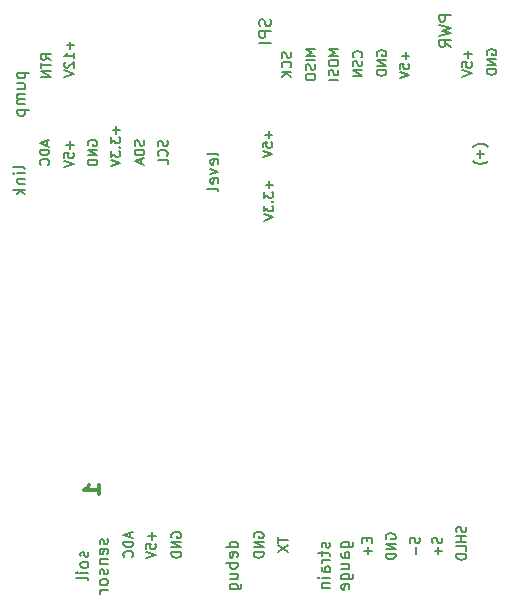
<source format=gbr>
G04 #@! TF.GenerationSoftware,KiCad,Pcbnew,(5.0.1)-rc2*
G04 #@! TF.CreationDate,2018-12-27T01:27:39+01:00*
G04 #@! TF.ProjectId,IoP_plant_base,496F505F706C616E745F626173652E6B,rev?*
G04 #@! TF.SameCoordinates,Original*
G04 #@! TF.FileFunction,Legend,Bot*
G04 #@! TF.FilePolarity,Positive*
%FSLAX46Y46*%
G04 Gerber Fmt 4.6, Leading zero omitted, Abs format (unit mm)*
G04 Created by KiCad (PCBNEW (5.0.1)-rc2) date 2018/12/27 1:27:39*
%MOMM*%
%LPD*%
G01*
G04 APERTURE LIST*
%ADD10C,0.304800*%
%ADD11C,0.203200*%
%ADD12C,0.150000*%
G04 APERTURE END LIST*
D10*
X106746523Y-115069257D02*
X106746523Y-114343542D01*
X106746523Y-114706400D02*
X105476523Y-114706400D01*
X105657952Y-114585447D01*
X105778904Y-114464495D01*
X105839380Y-114343542D01*
D11*
X139615333Y-85664523D02*
X139576628Y-85625819D01*
X139460514Y-85548409D01*
X139383104Y-85509704D01*
X139266990Y-85471000D01*
X139073466Y-85432295D01*
X138918647Y-85432295D01*
X138725123Y-85471000D01*
X138609009Y-85509704D01*
X138531600Y-85548409D01*
X138415485Y-85625819D01*
X138376780Y-85664523D01*
X138996057Y-85974161D02*
X138996057Y-86593438D01*
X139305695Y-86283800D02*
X138686419Y-86283800D01*
X139615333Y-86903076D02*
X139576628Y-86941780D01*
X139460514Y-87019190D01*
X139383104Y-87057895D01*
X139266990Y-87096600D01*
X139073466Y-87135304D01*
X138918647Y-87135304D01*
X138725123Y-87096600D01*
X138609009Y-87057895D01*
X138531600Y-87019190D01*
X138415485Y-86941780D01*
X138376780Y-86903076D01*
X139573000Y-77892123D02*
X139534295Y-77814714D01*
X139534295Y-77698600D01*
X139573000Y-77582485D01*
X139650409Y-77505076D01*
X139727819Y-77466371D01*
X139882638Y-77427666D01*
X139998752Y-77427666D01*
X140153571Y-77466371D01*
X140230980Y-77505076D01*
X140308390Y-77582485D01*
X140347095Y-77698600D01*
X140347095Y-77776009D01*
X140308390Y-77892123D01*
X140269685Y-77930828D01*
X139998752Y-77930828D01*
X139998752Y-77776009D01*
X140347095Y-78279171D02*
X139534295Y-78279171D01*
X140347095Y-78743628D01*
X139534295Y-78743628D01*
X140347095Y-79130676D02*
X139534295Y-79130676D01*
X139534295Y-79324200D01*
X139573000Y-79440314D01*
X139650409Y-79517723D01*
X139727819Y-79556428D01*
X139882638Y-79595133D01*
X139998752Y-79595133D01*
X140153571Y-79556428D01*
X140230980Y-79517723D01*
X140308390Y-79440314D01*
X140347095Y-79324200D01*
X140347095Y-79130676D01*
X137954657Y-77542571D02*
X137954657Y-78161847D01*
X138264295Y-77852209D02*
X137645019Y-77852209D01*
X137451495Y-78935942D02*
X137451495Y-78548895D01*
X137838542Y-78510190D01*
X137799838Y-78548895D01*
X137761133Y-78626304D01*
X137761133Y-78819828D01*
X137799838Y-78897238D01*
X137838542Y-78935942D01*
X137915952Y-78974647D01*
X138109476Y-78974647D01*
X138186885Y-78935942D01*
X138225590Y-78897238D01*
X138264295Y-78819828D01*
X138264295Y-78626304D01*
X138225590Y-78548895D01*
X138186885Y-78510190D01*
X137451495Y-79206876D02*
X138264295Y-79477809D01*
X137451495Y-79748742D01*
X132671457Y-77669571D02*
X132671457Y-78288847D01*
X132981095Y-77979209D02*
X132361819Y-77979209D01*
X132168295Y-79062942D02*
X132168295Y-78675895D01*
X132555342Y-78637190D01*
X132516638Y-78675895D01*
X132477933Y-78753304D01*
X132477933Y-78946828D01*
X132516638Y-79024238D01*
X132555342Y-79062942D01*
X132632752Y-79101647D01*
X132826276Y-79101647D01*
X132903685Y-79062942D01*
X132942390Y-79024238D01*
X132981095Y-78946828D01*
X132981095Y-78753304D01*
X132942390Y-78675895D01*
X132903685Y-78637190D01*
X132168295Y-79333876D02*
X132981095Y-79604809D01*
X132168295Y-79875742D01*
X130251200Y-77968323D02*
X130212495Y-77890914D01*
X130212495Y-77774800D01*
X130251200Y-77658685D01*
X130328609Y-77581276D01*
X130406019Y-77542571D01*
X130560838Y-77503866D01*
X130676952Y-77503866D01*
X130831771Y-77542571D01*
X130909180Y-77581276D01*
X130986590Y-77658685D01*
X131025295Y-77774800D01*
X131025295Y-77852209D01*
X130986590Y-77968323D01*
X130947885Y-78007028D01*
X130676952Y-78007028D01*
X130676952Y-77852209D01*
X131025295Y-78355371D02*
X130212495Y-78355371D01*
X131025295Y-78819828D01*
X130212495Y-78819828D01*
X131025295Y-79206876D02*
X130212495Y-79206876D01*
X130212495Y-79400400D01*
X130251200Y-79516514D01*
X130328609Y-79593923D01*
X130406019Y-79632628D01*
X130560838Y-79671333D01*
X130676952Y-79671333D01*
X130831771Y-79632628D01*
X130909180Y-79593923D01*
X130986590Y-79516514D01*
X131025295Y-79400400D01*
X131025295Y-79206876D01*
X128915885Y-78102580D02*
X128954590Y-78063876D01*
X128993295Y-77947761D01*
X128993295Y-77870352D01*
X128954590Y-77754238D01*
X128877180Y-77676828D01*
X128799771Y-77638123D01*
X128644952Y-77599419D01*
X128528838Y-77599419D01*
X128374019Y-77638123D01*
X128296609Y-77676828D01*
X128219200Y-77754238D01*
X128180495Y-77870352D01*
X128180495Y-77947761D01*
X128219200Y-78063876D01*
X128257904Y-78102580D01*
X128954590Y-78412219D02*
X128993295Y-78528333D01*
X128993295Y-78721857D01*
X128954590Y-78799266D01*
X128915885Y-78837971D01*
X128838476Y-78876676D01*
X128761066Y-78876676D01*
X128683657Y-78837971D01*
X128644952Y-78799266D01*
X128606247Y-78721857D01*
X128567542Y-78567038D01*
X128528838Y-78489628D01*
X128490133Y-78450923D01*
X128412723Y-78412219D01*
X128335314Y-78412219D01*
X128257904Y-78450923D01*
X128219200Y-78489628D01*
X128180495Y-78567038D01*
X128180495Y-78760561D01*
X128219200Y-78876676D01*
X128993295Y-79225019D02*
X128180495Y-79225019D01*
X128993295Y-79689476D01*
X128180495Y-79689476D01*
X126961295Y-77437342D02*
X126148495Y-77437342D01*
X126729066Y-77708276D01*
X126148495Y-77979209D01*
X126961295Y-77979209D01*
X126148495Y-78521076D02*
X126148495Y-78675895D01*
X126187200Y-78753304D01*
X126264609Y-78830714D01*
X126419428Y-78869419D01*
X126690361Y-78869419D01*
X126845180Y-78830714D01*
X126922590Y-78753304D01*
X126961295Y-78675895D01*
X126961295Y-78521076D01*
X126922590Y-78443666D01*
X126845180Y-78366257D01*
X126690361Y-78327552D01*
X126419428Y-78327552D01*
X126264609Y-78366257D01*
X126187200Y-78443666D01*
X126148495Y-78521076D01*
X126922590Y-79179057D02*
X126961295Y-79295171D01*
X126961295Y-79488695D01*
X126922590Y-79566104D01*
X126883885Y-79604809D01*
X126806476Y-79643514D01*
X126729066Y-79643514D01*
X126651657Y-79604809D01*
X126612952Y-79566104D01*
X126574247Y-79488695D01*
X126535542Y-79333876D01*
X126496838Y-79256466D01*
X126458133Y-79217761D01*
X126380723Y-79179057D01*
X126303314Y-79179057D01*
X126225904Y-79217761D01*
X126187200Y-79256466D01*
X126148495Y-79333876D01*
X126148495Y-79527400D01*
X126187200Y-79643514D01*
X126961295Y-79991857D02*
X126148495Y-79991857D01*
X125005495Y-77437342D02*
X124192695Y-77437342D01*
X124773266Y-77708276D01*
X124192695Y-77979209D01*
X125005495Y-77979209D01*
X125005495Y-78366257D02*
X124192695Y-78366257D01*
X124966790Y-78714600D02*
X125005495Y-78830714D01*
X125005495Y-79024238D01*
X124966790Y-79101647D01*
X124928085Y-79140352D01*
X124850676Y-79179057D01*
X124773266Y-79179057D01*
X124695857Y-79140352D01*
X124657152Y-79101647D01*
X124618447Y-79024238D01*
X124579742Y-78869419D01*
X124541038Y-78792009D01*
X124502333Y-78753304D01*
X124424923Y-78714600D01*
X124347514Y-78714600D01*
X124270104Y-78753304D01*
X124231400Y-78792009D01*
X124192695Y-78869419D01*
X124192695Y-79062942D01*
X124231400Y-79179057D01*
X124192695Y-79682219D02*
X124192695Y-79837038D01*
X124231400Y-79914447D01*
X124308809Y-79991857D01*
X124463628Y-80030561D01*
X124734561Y-80030561D01*
X124889380Y-79991857D01*
X124966790Y-79914447D01*
X125005495Y-79837038D01*
X125005495Y-79682219D01*
X124966790Y-79604809D01*
X124889380Y-79527400D01*
X124734561Y-79488695D01*
X124463628Y-79488695D01*
X124308809Y-79527400D01*
X124231400Y-79604809D01*
X124192695Y-79682219D01*
X122934790Y-77694971D02*
X122973495Y-77811085D01*
X122973495Y-78004609D01*
X122934790Y-78082019D01*
X122896085Y-78120723D01*
X122818676Y-78159428D01*
X122741266Y-78159428D01*
X122663857Y-78120723D01*
X122625152Y-78082019D01*
X122586447Y-78004609D01*
X122547742Y-77849790D01*
X122509038Y-77772380D01*
X122470333Y-77733676D01*
X122392923Y-77694971D01*
X122315514Y-77694971D01*
X122238104Y-77733676D01*
X122199400Y-77772380D01*
X122160695Y-77849790D01*
X122160695Y-78043314D01*
X122199400Y-78159428D01*
X122896085Y-78972228D02*
X122934790Y-78933523D01*
X122973495Y-78817409D01*
X122973495Y-78740000D01*
X122934790Y-78623885D01*
X122857380Y-78546476D01*
X122779971Y-78507771D01*
X122625152Y-78469066D01*
X122509038Y-78469066D01*
X122354219Y-78507771D01*
X122276809Y-78546476D01*
X122199400Y-78623885D01*
X122160695Y-78740000D01*
X122160695Y-78817409D01*
X122199400Y-78933523D01*
X122238104Y-78972228D01*
X122973495Y-79320571D02*
X122160695Y-79320571D01*
X122973495Y-79785028D02*
X122509038Y-79436685D01*
X122160695Y-79785028D02*
X122625152Y-79320571D01*
X112469990Y-85163780D02*
X112508695Y-85279895D01*
X112508695Y-85473419D01*
X112469990Y-85550828D01*
X112431285Y-85589533D01*
X112353876Y-85628238D01*
X112276466Y-85628238D01*
X112199057Y-85589533D01*
X112160352Y-85550828D01*
X112121647Y-85473419D01*
X112082942Y-85318600D01*
X112044238Y-85241190D01*
X112005533Y-85202485D01*
X111928123Y-85163780D01*
X111850714Y-85163780D01*
X111773304Y-85202485D01*
X111734600Y-85241190D01*
X111695895Y-85318600D01*
X111695895Y-85512123D01*
X111734600Y-85628238D01*
X112431285Y-86441038D02*
X112469990Y-86402333D01*
X112508695Y-86286219D01*
X112508695Y-86208809D01*
X112469990Y-86092695D01*
X112392580Y-86015285D01*
X112315171Y-85976580D01*
X112160352Y-85937876D01*
X112044238Y-85937876D01*
X111889419Y-85976580D01*
X111812009Y-86015285D01*
X111734600Y-86092695D01*
X111695895Y-86208809D01*
X111695895Y-86286219D01*
X111734600Y-86402333D01*
X111773304Y-86441038D01*
X112508695Y-87176428D02*
X112508695Y-86789380D01*
X111695895Y-86789380D01*
X110488790Y-85144428D02*
X110527495Y-85260542D01*
X110527495Y-85454066D01*
X110488790Y-85531476D01*
X110450085Y-85570180D01*
X110372676Y-85608885D01*
X110295266Y-85608885D01*
X110217857Y-85570180D01*
X110179152Y-85531476D01*
X110140447Y-85454066D01*
X110101742Y-85299247D01*
X110063038Y-85221838D01*
X110024333Y-85183133D01*
X109946923Y-85144428D01*
X109869514Y-85144428D01*
X109792104Y-85183133D01*
X109753400Y-85221838D01*
X109714695Y-85299247D01*
X109714695Y-85492771D01*
X109753400Y-85608885D01*
X110527495Y-85957228D02*
X109714695Y-85957228D01*
X109714695Y-86150752D01*
X109753400Y-86266866D01*
X109830809Y-86344276D01*
X109908219Y-86382980D01*
X110063038Y-86421685D01*
X110179152Y-86421685D01*
X110333971Y-86382980D01*
X110411380Y-86344276D01*
X110488790Y-86266866D01*
X110527495Y-86150752D01*
X110527495Y-85957228D01*
X110295266Y-86731323D02*
X110295266Y-87118371D01*
X110527495Y-86653914D02*
X109714695Y-86924847D01*
X110527495Y-87195780D01*
X108185857Y-83947000D02*
X108185857Y-84566276D01*
X108495495Y-84256638D02*
X107876219Y-84256638D01*
X107682695Y-84875914D02*
X107682695Y-85379076D01*
X107992333Y-85108142D01*
X107992333Y-85224257D01*
X108031038Y-85301666D01*
X108069742Y-85340371D01*
X108147152Y-85379076D01*
X108340676Y-85379076D01*
X108418085Y-85340371D01*
X108456790Y-85301666D01*
X108495495Y-85224257D01*
X108495495Y-84992028D01*
X108456790Y-84914619D01*
X108418085Y-84875914D01*
X108418085Y-85727419D02*
X108456790Y-85766123D01*
X108495495Y-85727419D01*
X108456790Y-85688714D01*
X108418085Y-85727419D01*
X108495495Y-85727419D01*
X107682695Y-86037057D02*
X107682695Y-86540219D01*
X107992333Y-86269285D01*
X107992333Y-86385400D01*
X108031038Y-86462809D01*
X108069742Y-86501514D01*
X108147152Y-86540219D01*
X108340676Y-86540219D01*
X108418085Y-86501514D01*
X108456790Y-86462809D01*
X108495495Y-86385400D01*
X108495495Y-86153171D01*
X108456790Y-86075761D01*
X108418085Y-86037057D01*
X107682695Y-86772447D02*
X108495495Y-87043380D01*
X107682695Y-87314314D01*
X105791000Y-85562923D02*
X105752295Y-85485514D01*
X105752295Y-85369400D01*
X105791000Y-85253285D01*
X105868409Y-85175876D01*
X105945819Y-85137171D01*
X106100638Y-85098466D01*
X106216752Y-85098466D01*
X106371571Y-85137171D01*
X106448980Y-85175876D01*
X106526390Y-85253285D01*
X106565095Y-85369400D01*
X106565095Y-85446809D01*
X106526390Y-85562923D01*
X106487685Y-85601628D01*
X106216752Y-85601628D01*
X106216752Y-85446809D01*
X106565095Y-85949971D02*
X105752295Y-85949971D01*
X106565095Y-86414428D01*
X105752295Y-86414428D01*
X106565095Y-86801476D02*
X105752295Y-86801476D01*
X105752295Y-86995000D01*
X105791000Y-87111114D01*
X105868409Y-87188523D01*
X105945819Y-87227228D01*
X106100638Y-87265933D01*
X106216752Y-87265933D01*
X106371571Y-87227228D01*
X106448980Y-87188523D01*
X106526390Y-87111114D01*
X106565095Y-86995000D01*
X106565095Y-86801476D01*
X104248857Y-85213371D02*
X104248857Y-85832647D01*
X104558495Y-85523009D02*
X103939219Y-85523009D01*
X103745695Y-86606742D02*
X103745695Y-86219695D01*
X104132742Y-86180990D01*
X104094038Y-86219695D01*
X104055333Y-86297104D01*
X104055333Y-86490628D01*
X104094038Y-86568038D01*
X104132742Y-86606742D01*
X104210152Y-86645447D01*
X104403676Y-86645447D01*
X104481085Y-86606742D01*
X104519790Y-86568038D01*
X104558495Y-86490628D01*
X104558495Y-86297104D01*
X104519790Y-86219695D01*
X104481085Y-86180990D01*
X103745695Y-86877676D02*
X104558495Y-87148609D01*
X103745695Y-87419542D01*
X102268866Y-85201276D02*
X102268866Y-85588323D01*
X102501095Y-85123866D02*
X101688295Y-85394800D01*
X102501095Y-85665733D01*
X102501095Y-85936666D02*
X101688295Y-85936666D01*
X101688295Y-86130190D01*
X101727000Y-86246304D01*
X101804409Y-86323714D01*
X101881819Y-86362419D01*
X102036638Y-86401123D01*
X102152752Y-86401123D01*
X102307571Y-86362419D01*
X102384980Y-86323714D01*
X102462390Y-86246304D01*
X102501095Y-86130190D01*
X102501095Y-85936666D01*
X102423685Y-87213923D02*
X102462390Y-87175219D01*
X102501095Y-87059104D01*
X102501095Y-86981695D01*
X102462390Y-86865580D01*
X102384980Y-86788171D01*
X102307571Y-86749466D01*
X102152752Y-86710761D01*
X102036638Y-86710761D01*
X101881819Y-86749466D01*
X101804409Y-86788171D01*
X101727000Y-86865580D01*
X101688295Y-86981695D01*
X101688295Y-87059104D01*
X101727000Y-87175219D01*
X101765704Y-87213923D01*
X104274257Y-76774523D02*
X104274257Y-77393800D01*
X104583895Y-77084161D02*
X103964619Y-77084161D01*
X104583895Y-78206600D02*
X104583895Y-77742142D01*
X104583895Y-77974371D02*
X103771095Y-77974371D01*
X103887209Y-77896961D01*
X103964619Y-77819552D01*
X104003323Y-77742142D01*
X103848504Y-78516238D02*
X103809800Y-78554942D01*
X103771095Y-78632352D01*
X103771095Y-78825876D01*
X103809800Y-78903285D01*
X103848504Y-78941990D01*
X103925914Y-78980695D01*
X104003323Y-78980695D01*
X104119438Y-78941990D01*
X104583895Y-78477533D01*
X104583895Y-78980695D01*
X103771095Y-79212923D02*
X104583895Y-79483857D01*
X103771095Y-79754790D01*
X102602695Y-78332390D02*
X102215647Y-78061457D01*
X102602695Y-77867933D02*
X101789895Y-77867933D01*
X101789895Y-78177571D01*
X101828600Y-78254980D01*
X101867304Y-78293685D01*
X101944714Y-78332390D01*
X102060828Y-78332390D01*
X102138238Y-78293685D01*
X102176942Y-78254980D01*
X102215647Y-78177571D01*
X102215647Y-77867933D01*
X101789895Y-78564619D02*
X101789895Y-79029076D01*
X102602695Y-78796847D02*
X101789895Y-78796847D01*
X102602695Y-79300009D02*
X101789895Y-79300009D01*
X102602695Y-79764466D01*
X101789895Y-79764466D01*
X121139857Y-88569800D02*
X121139857Y-89189076D01*
X121449495Y-88879438D02*
X120830219Y-88879438D01*
X120636695Y-89498714D02*
X120636695Y-90001876D01*
X120946333Y-89730942D01*
X120946333Y-89847057D01*
X120985038Y-89924466D01*
X121023742Y-89963171D01*
X121101152Y-90001876D01*
X121294676Y-90001876D01*
X121372085Y-89963171D01*
X121410790Y-89924466D01*
X121449495Y-89847057D01*
X121449495Y-89614828D01*
X121410790Y-89537419D01*
X121372085Y-89498714D01*
X121372085Y-90350219D02*
X121410790Y-90388923D01*
X121449495Y-90350219D01*
X121410790Y-90311514D01*
X121372085Y-90350219D01*
X121449495Y-90350219D01*
X120636695Y-90659857D02*
X120636695Y-91163019D01*
X120946333Y-90892085D01*
X120946333Y-91008200D01*
X120985038Y-91085609D01*
X121023742Y-91124314D01*
X121101152Y-91163019D01*
X121294676Y-91163019D01*
X121372085Y-91124314D01*
X121410790Y-91085609D01*
X121449495Y-91008200D01*
X121449495Y-90775971D01*
X121410790Y-90698561D01*
X121372085Y-90659857D01*
X120636695Y-91395247D02*
X121449495Y-91666180D01*
X120636695Y-91937114D01*
X121063657Y-84349771D02*
X121063657Y-84969047D01*
X121373295Y-84659409D02*
X120754019Y-84659409D01*
X120560495Y-85743142D02*
X120560495Y-85356095D01*
X120947542Y-85317390D01*
X120908838Y-85356095D01*
X120870133Y-85433504D01*
X120870133Y-85627028D01*
X120908838Y-85704438D01*
X120947542Y-85743142D01*
X121024952Y-85781847D01*
X121218476Y-85781847D01*
X121295885Y-85743142D01*
X121334590Y-85704438D01*
X121373295Y-85627028D01*
X121373295Y-85433504D01*
X121334590Y-85356095D01*
X121295885Y-85317390D01*
X120560495Y-86014076D02*
X121373295Y-86285009D01*
X120560495Y-86555942D01*
D12*
X116809780Y-86401447D02*
X116762161Y-86306209D01*
X116666923Y-86258590D01*
X115809780Y-86258590D01*
X116762161Y-87163352D02*
X116809780Y-87068114D01*
X116809780Y-86877638D01*
X116762161Y-86782400D01*
X116666923Y-86734780D01*
X116285971Y-86734780D01*
X116190733Y-86782400D01*
X116143114Y-86877638D01*
X116143114Y-87068114D01*
X116190733Y-87163352D01*
X116285971Y-87210971D01*
X116381209Y-87210971D01*
X116476447Y-86734780D01*
X116143114Y-87544304D02*
X116809780Y-87782400D01*
X116143114Y-88020495D01*
X116762161Y-88782400D02*
X116809780Y-88687161D01*
X116809780Y-88496685D01*
X116762161Y-88401447D01*
X116666923Y-88353828D01*
X116285971Y-88353828D01*
X116190733Y-88401447D01*
X116143114Y-88496685D01*
X116143114Y-88687161D01*
X116190733Y-88782400D01*
X116285971Y-88830019D01*
X116381209Y-88830019D01*
X116476447Y-88353828D01*
X116809780Y-89401447D02*
X116762161Y-89306209D01*
X116666923Y-89258590D01*
X115809780Y-89258590D01*
X136494780Y-74511066D02*
X135494780Y-74511066D01*
X135494780Y-74892019D01*
X135542400Y-74987257D01*
X135590019Y-75034876D01*
X135685257Y-75082495D01*
X135828114Y-75082495D01*
X135923352Y-75034876D01*
X135970971Y-74987257D01*
X136018590Y-74892019D01*
X136018590Y-74511066D01*
X135494780Y-75415828D02*
X136494780Y-75653923D01*
X135780495Y-75844400D01*
X136494780Y-76034876D01*
X135494780Y-76272971D01*
X136494780Y-77225352D02*
X136018590Y-76892019D01*
X136494780Y-76653923D02*
X135494780Y-76653923D01*
X135494780Y-77034876D01*
X135542400Y-77130114D01*
X135590019Y-77177733D01*
X135685257Y-77225352D01*
X135828114Y-77225352D01*
X135923352Y-77177733D01*
X135970971Y-77130114D01*
X136018590Y-77034876D01*
X136018590Y-76653923D01*
X121207161Y-74896790D02*
X121254780Y-75039647D01*
X121254780Y-75277742D01*
X121207161Y-75372980D01*
X121159542Y-75420600D01*
X121064304Y-75468219D01*
X120969066Y-75468219D01*
X120873828Y-75420600D01*
X120826209Y-75372980D01*
X120778590Y-75277742D01*
X120730971Y-75087266D01*
X120683352Y-74992028D01*
X120635733Y-74944409D01*
X120540495Y-74896790D01*
X120445257Y-74896790D01*
X120350019Y-74944409D01*
X120302400Y-74992028D01*
X120254780Y-75087266D01*
X120254780Y-75325361D01*
X120302400Y-75468219D01*
X121254780Y-75896790D02*
X120254780Y-75896790D01*
X120254780Y-76277742D01*
X120302400Y-76372980D01*
X120350019Y-76420600D01*
X120445257Y-76468219D01*
X120588114Y-76468219D01*
X120683352Y-76420600D01*
X120730971Y-76372980D01*
X120778590Y-76277742D01*
X120778590Y-75896790D01*
X121254780Y-76896790D02*
X120254780Y-76896790D01*
X99785514Y-79418085D02*
X100785514Y-79418085D01*
X99833133Y-79418085D02*
X99785514Y-79513323D01*
X99785514Y-79703800D01*
X99833133Y-79799038D01*
X99880752Y-79846657D01*
X99975990Y-79894276D01*
X100261704Y-79894276D01*
X100356942Y-79846657D01*
X100404561Y-79799038D01*
X100452180Y-79703800D01*
X100452180Y-79513323D01*
X100404561Y-79418085D01*
X99785514Y-80751419D02*
X100452180Y-80751419D01*
X99785514Y-80322847D02*
X100309323Y-80322847D01*
X100404561Y-80370466D01*
X100452180Y-80465704D01*
X100452180Y-80608561D01*
X100404561Y-80703800D01*
X100356942Y-80751419D01*
X100452180Y-81227609D02*
X99785514Y-81227609D01*
X99880752Y-81227609D02*
X99833133Y-81275228D01*
X99785514Y-81370466D01*
X99785514Y-81513323D01*
X99833133Y-81608561D01*
X99928371Y-81656180D01*
X100452180Y-81656180D01*
X99928371Y-81656180D02*
X99833133Y-81703800D01*
X99785514Y-81799038D01*
X99785514Y-81941895D01*
X99833133Y-82037133D01*
X99928371Y-82084752D01*
X100452180Y-82084752D01*
X99785514Y-82560942D02*
X100785514Y-82560942D01*
X99833133Y-82560942D02*
X99785514Y-82656180D01*
X99785514Y-82846657D01*
X99833133Y-82941895D01*
X99880752Y-82989514D01*
X99975990Y-83037133D01*
X100261704Y-83037133D01*
X100356942Y-82989514D01*
X100404561Y-82941895D01*
X100452180Y-82846657D01*
X100452180Y-82656180D01*
X100404561Y-82560942D01*
X100426780Y-87542809D02*
X100379161Y-87447571D01*
X100283923Y-87399952D01*
X99426780Y-87399952D01*
X100426780Y-87923761D02*
X99760114Y-87923761D01*
X99426780Y-87923761D02*
X99474400Y-87876142D01*
X99522019Y-87923761D01*
X99474400Y-87971380D01*
X99426780Y-87923761D01*
X99522019Y-87923761D01*
X99760114Y-88399952D02*
X100426780Y-88399952D01*
X99855352Y-88399952D02*
X99807733Y-88447571D01*
X99760114Y-88542809D01*
X99760114Y-88685666D01*
X99807733Y-88780904D01*
X99902971Y-88828523D01*
X100426780Y-88828523D01*
X100426780Y-89304714D02*
X99426780Y-89304714D01*
X100045828Y-89399952D02*
X100426780Y-89685666D01*
X99760114Y-89685666D02*
X100141066Y-89304714D01*
D11*
X137742990Y-117859628D02*
X137781695Y-117975742D01*
X137781695Y-118169266D01*
X137742990Y-118246676D01*
X137704285Y-118285380D01*
X137626876Y-118324085D01*
X137549466Y-118324085D01*
X137472057Y-118285380D01*
X137433352Y-118246676D01*
X137394647Y-118169266D01*
X137355942Y-118014447D01*
X137317238Y-117937038D01*
X137278533Y-117898333D01*
X137201123Y-117859628D01*
X137123714Y-117859628D01*
X137046304Y-117898333D01*
X137007600Y-117937038D01*
X136968895Y-118014447D01*
X136968895Y-118207971D01*
X137007600Y-118324085D01*
X137781695Y-118672428D02*
X136968895Y-118672428D01*
X137355942Y-118672428D02*
X137355942Y-119136885D01*
X137781695Y-119136885D02*
X136968895Y-119136885D01*
X137781695Y-119910980D02*
X137781695Y-119523933D01*
X136968895Y-119523933D01*
X137781695Y-120181914D02*
X136968895Y-120181914D01*
X136968895Y-120375438D01*
X137007600Y-120491552D01*
X137085009Y-120568961D01*
X137162419Y-120607666D01*
X137317238Y-120646371D01*
X137433352Y-120646371D01*
X137588171Y-120607666D01*
X137665580Y-120568961D01*
X137742990Y-120491552D01*
X137781695Y-120375438D01*
X137781695Y-120181914D01*
X135710990Y-118771609D02*
X135749695Y-118887723D01*
X135749695Y-119081247D01*
X135710990Y-119158657D01*
X135672285Y-119197361D01*
X135594876Y-119236066D01*
X135517466Y-119236066D01*
X135440057Y-119197361D01*
X135401352Y-119158657D01*
X135362647Y-119081247D01*
X135323942Y-118926428D01*
X135285238Y-118849019D01*
X135246533Y-118810314D01*
X135169123Y-118771609D01*
X135091714Y-118771609D01*
X135014304Y-118810314D01*
X134975600Y-118849019D01*
X134936895Y-118926428D01*
X134936895Y-119119952D01*
X134975600Y-119236066D01*
X135440057Y-119584409D02*
X135440057Y-120203685D01*
X135749695Y-119894047D02*
X135130419Y-119894047D01*
X133805990Y-118771609D02*
X133844695Y-118887723D01*
X133844695Y-119081247D01*
X133805990Y-119158657D01*
X133767285Y-119197361D01*
X133689876Y-119236066D01*
X133612466Y-119236066D01*
X133535057Y-119197361D01*
X133496352Y-119158657D01*
X133457647Y-119081247D01*
X133418942Y-118926428D01*
X133380238Y-118849019D01*
X133341533Y-118810314D01*
X133264123Y-118771609D01*
X133186714Y-118771609D01*
X133109304Y-118810314D01*
X133070600Y-118849019D01*
X133031895Y-118926428D01*
X133031895Y-119119952D01*
X133070600Y-119236066D01*
X133535057Y-119584409D02*
X133535057Y-120203685D01*
X131038600Y-118887723D02*
X130999895Y-118810314D01*
X130999895Y-118694200D01*
X131038600Y-118578085D01*
X131116009Y-118500676D01*
X131193419Y-118461971D01*
X131348238Y-118423266D01*
X131464352Y-118423266D01*
X131619171Y-118461971D01*
X131696580Y-118500676D01*
X131773990Y-118578085D01*
X131812695Y-118694200D01*
X131812695Y-118771609D01*
X131773990Y-118887723D01*
X131735285Y-118926428D01*
X131464352Y-118926428D01*
X131464352Y-118771609D01*
X131812695Y-119274771D02*
X130999895Y-119274771D01*
X131812695Y-119739228D01*
X130999895Y-119739228D01*
X131812695Y-120126276D02*
X130999895Y-120126276D01*
X130999895Y-120319800D01*
X131038600Y-120435914D01*
X131116009Y-120513323D01*
X131193419Y-120552028D01*
X131348238Y-120590733D01*
X131464352Y-120590733D01*
X131619171Y-120552028D01*
X131696580Y-120513323D01*
X131773990Y-120435914D01*
X131812695Y-120319800D01*
X131812695Y-120126276D01*
X129354942Y-118829666D02*
X129354942Y-119100600D01*
X129780695Y-119216714D02*
X129780695Y-118829666D01*
X128967895Y-118829666D01*
X128967895Y-119216714D01*
X129471057Y-119565057D02*
X129471057Y-120184333D01*
X129780695Y-119874695D02*
X129161419Y-119874695D01*
D12*
X126198761Y-119205619D02*
X126246380Y-119300857D01*
X126246380Y-119491333D01*
X126198761Y-119586571D01*
X126103523Y-119634190D01*
X126055904Y-119634190D01*
X125960666Y-119586571D01*
X125913047Y-119491333D01*
X125913047Y-119348476D01*
X125865428Y-119253238D01*
X125770190Y-119205619D01*
X125722571Y-119205619D01*
X125627333Y-119253238D01*
X125579714Y-119348476D01*
X125579714Y-119491333D01*
X125627333Y-119586571D01*
X125579714Y-119919904D02*
X125579714Y-120300857D01*
X125246380Y-120062761D02*
X126103523Y-120062761D01*
X126198761Y-120110380D01*
X126246380Y-120205619D01*
X126246380Y-120300857D01*
X126246380Y-120634190D02*
X125579714Y-120634190D01*
X125770190Y-120634190D02*
X125674952Y-120681809D01*
X125627333Y-120729428D01*
X125579714Y-120824666D01*
X125579714Y-120919904D01*
X126246380Y-121681809D02*
X125722571Y-121681809D01*
X125627333Y-121634190D01*
X125579714Y-121538952D01*
X125579714Y-121348476D01*
X125627333Y-121253238D01*
X126198761Y-121681809D02*
X126246380Y-121586571D01*
X126246380Y-121348476D01*
X126198761Y-121253238D01*
X126103523Y-121205619D01*
X126008285Y-121205619D01*
X125913047Y-121253238D01*
X125865428Y-121348476D01*
X125865428Y-121586571D01*
X125817809Y-121681809D01*
X126246380Y-122158000D02*
X125579714Y-122158000D01*
X125246380Y-122158000D02*
X125294000Y-122110380D01*
X125341619Y-122158000D01*
X125294000Y-122205619D01*
X125246380Y-122158000D01*
X125341619Y-122158000D01*
X125579714Y-122634190D02*
X126246380Y-122634190D01*
X125674952Y-122634190D02*
X125627333Y-122681809D01*
X125579714Y-122777047D01*
X125579714Y-122919904D01*
X125627333Y-123015142D01*
X125722571Y-123062761D01*
X126246380Y-123062761D01*
X127229714Y-119586571D02*
X128039238Y-119586571D01*
X128134476Y-119538952D01*
X128182095Y-119491333D01*
X128229714Y-119396095D01*
X128229714Y-119253238D01*
X128182095Y-119158000D01*
X127848761Y-119586571D02*
X127896380Y-119491333D01*
X127896380Y-119300857D01*
X127848761Y-119205619D01*
X127801142Y-119158000D01*
X127705904Y-119110380D01*
X127420190Y-119110380D01*
X127324952Y-119158000D01*
X127277333Y-119205619D01*
X127229714Y-119300857D01*
X127229714Y-119491333D01*
X127277333Y-119586571D01*
X127896380Y-120491333D02*
X127372571Y-120491333D01*
X127277333Y-120443714D01*
X127229714Y-120348476D01*
X127229714Y-120158000D01*
X127277333Y-120062761D01*
X127848761Y-120491333D02*
X127896380Y-120396095D01*
X127896380Y-120158000D01*
X127848761Y-120062761D01*
X127753523Y-120015142D01*
X127658285Y-120015142D01*
X127563047Y-120062761D01*
X127515428Y-120158000D01*
X127515428Y-120396095D01*
X127467809Y-120491333D01*
X127229714Y-121396095D02*
X127896380Y-121396095D01*
X127229714Y-120967523D02*
X127753523Y-120967523D01*
X127848761Y-121015142D01*
X127896380Y-121110380D01*
X127896380Y-121253238D01*
X127848761Y-121348476D01*
X127801142Y-121396095D01*
X127229714Y-122300857D02*
X128039238Y-122300857D01*
X128134476Y-122253238D01*
X128182095Y-122205619D01*
X128229714Y-122110380D01*
X128229714Y-121967523D01*
X128182095Y-121872285D01*
X127848761Y-122300857D02*
X127896380Y-122205619D01*
X127896380Y-122015142D01*
X127848761Y-121919904D01*
X127801142Y-121872285D01*
X127705904Y-121824666D01*
X127420190Y-121824666D01*
X127324952Y-121872285D01*
X127277333Y-121919904D01*
X127229714Y-122015142D01*
X127229714Y-122205619D01*
X127277333Y-122300857D01*
X127848761Y-123158000D02*
X127896380Y-123062761D01*
X127896380Y-122872285D01*
X127848761Y-122777047D01*
X127753523Y-122729428D01*
X127372571Y-122729428D01*
X127277333Y-122777047D01*
X127229714Y-122872285D01*
X127229714Y-123062761D01*
X127277333Y-123158000D01*
X127372571Y-123205619D01*
X127467809Y-123205619D01*
X127563047Y-122729428D01*
X118435380Y-119586571D02*
X117435380Y-119586571D01*
X118387761Y-119586571D02*
X118435380Y-119491333D01*
X118435380Y-119300857D01*
X118387761Y-119205619D01*
X118340142Y-119158000D01*
X118244904Y-119110380D01*
X117959190Y-119110380D01*
X117863952Y-119158000D01*
X117816333Y-119205619D01*
X117768714Y-119300857D01*
X117768714Y-119491333D01*
X117816333Y-119586571D01*
X118387761Y-120443714D02*
X118435380Y-120348476D01*
X118435380Y-120158000D01*
X118387761Y-120062761D01*
X118292523Y-120015142D01*
X117911571Y-120015142D01*
X117816333Y-120062761D01*
X117768714Y-120158000D01*
X117768714Y-120348476D01*
X117816333Y-120443714D01*
X117911571Y-120491333D01*
X118006809Y-120491333D01*
X118102047Y-120015142D01*
X118435380Y-120919904D02*
X117435380Y-120919904D01*
X117816333Y-120919904D02*
X117768714Y-121015142D01*
X117768714Y-121205619D01*
X117816333Y-121300857D01*
X117863952Y-121348476D01*
X117959190Y-121396095D01*
X118244904Y-121396095D01*
X118340142Y-121348476D01*
X118387761Y-121300857D01*
X118435380Y-121205619D01*
X118435380Y-121015142D01*
X118387761Y-120919904D01*
X117768714Y-122253238D02*
X118435380Y-122253238D01*
X117768714Y-121824666D02*
X118292523Y-121824666D01*
X118387761Y-121872285D01*
X118435380Y-121967523D01*
X118435380Y-122110380D01*
X118387761Y-122205619D01*
X118340142Y-122253238D01*
X117768714Y-123158000D02*
X118578238Y-123158000D01*
X118673476Y-123110380D01*
X118721095Y-123062761D01*
X118768714Y-122967523D01*
X118768714Y-122824666D01*
X118721095Y-122729428D01*
X118387761Y-123158000D02*
X118435380Y-123062761D01*
X118435380Y-122872285D01*
X118387761Y-122777047D01*
X118340142Y-122729428D01*
X118244904Y-122681809D01*
X117959190Y-122681809D01*
X117863952Y-122729428D01*
X117816333Y-122777047D01*
X117768714Y-122872285D01*
X117768714Y-123062761D01*
X117816333Y-123158000D01*
D11*
X121855895Y-118760723D02*
X121855895Y-119225180D01*
X122668695Y-118992952D02*
X121855895Y-118992952D01*
X121855895Y-119418704D02*
X122668695Y-119960571D01*
X121855895Y-119960571D02*
X122668695Y-119418704D01*
X119862600Y-118760723D02*
X119823895Y-118683314D01*
X119823895Y-118567200D01*
X119862600Y-118451085D01*
X119940009Y-118373676D01*
X120017419Y-118334971D01*
X120172238Y-118296266D01*
X120288352Y-118296266D01*
X120443171Y-118334971D01*
X120520580Y-118373676D01*
X120597990Y-118451085D01*
X120636695Y-118567200D01*
X120636695Y-118644609D01*
X120597990Y-118760723D01*
X120559285Y-118799428D01*
X120288352Y-118799428D01*
X120288352Y-118644609D01*
X120636695Y-119147771D02*
X119823895Y-119147771D01*
X120636695Y-119612228D01*
X119823895Y-119612228D01*
X120636695Y-119999276D02*
X119823895Y-119999276D01*
X119823895Y-120192800D01*
X119862600Y-120308914D01*
X119940009Y-120386323D01*
X120017419Y-120425028D01*
X120172238Y-120463733D01*
X120288352Y-120463733D01*
X120443171Y-120425028D01*
X120520580Y-120386323D01*
X120597990Y-120308914D01*
X120636695Y-120192800D01*
X120636695Y-119999276D01*
X109355466Y-118373676D02*
X109355466Y-118760723D01*
X109587695Y-118296266D02*
X108774895Y-118567200D01*
X109587695Y-118838133D01*
X109587695Y-119109066D02*
X108774895Y-119109066D01*
X108774895Y-119302590D01*
X108813600Y-119418704D01*
X108891009Y-119496114D01*
X108968419Y-119534819D01*
X109123238Y-119573523D01*
X109239352Y-119573523D01*
X109394171Y-119534819D01*
X109471580Y-119496114D01*
X109548990Y-119418704D01*
X109587695Y-119302590D01*
X109587695Y-119109066D01*
X109510285Y-120386323D02*
X109548990Y-120347619D01*
X109587695Y-120231504D01*
X109587695Y-120154095D01*
X109548990Y-120037980D01*
X109471580Y-119960571D01*
X109394171Y-119921866D01*
X109239352Y-119883161D01*
X109123238Y-119883161D01*
X108968419Y-119921866D01*
X108891009Y-119960571D01*
X108813600Y-120037980D01*
X108774895Y-120154095D01*
X108774895Y-120231504D01*
X108813600Y-120347619D01*
X108852304Y-120386323D01*
X111183057Y-118334971D02*
X111183057Y-118954247D01*
X111492695Y-118644609D02*
X110873419Y-118644609D01*
X110679895Y-119728342D02*
X110679895Y-119341295D01*
X111066942Y-119302590D01*
X111028238Y-119341295D01*
X110989533Y-119418704D01*
X110989533Y-119612228D01*
X111028238Y-119689638D01*
X111066942Y-119728342D01*
X111144352Y-119767047D01*
X111337876Y-119767047D01*
X111415285Y-119728342D01*
X111453990Y-119689638D01*
X111492695Y-119612228D01*
X111492695Y-119418704D01*
X111453990Y-119341295D01*
X111415285Y-119302590D01*
X110679895Y-119999276D02*
X111492695Y-120270209D01*
X110679895Y-120541142D01*
X112877600Y-118760723D02*
X112838895Y-118683314D01*
X112838895Y-118567200D01*
X112877600Y-118451085D01*
X112955009Y-118373676D01*
X113032419Y-118334971D01*
X113187238Y-118296266D01*
X113303352Y-118296266D01*
X113458171Y-118334971D01*
X113535580Y-118373676D01*
X113612990Y-118451085D01*
X113651695Y-118567200D01*
X113651695Y-118644609D01*
X113612990Y-118760723D01*
X113574285Y-118799428D01*
X113303352Y-118799428D01*
X113303352Y-118644609D01*
X113651695Y-119147771D02*
X112838895Y-119147771D01*
X113651695Y-119612228D01*
X112838895Y-119612228D01*
X113651695Y-119999276D02*
X112838895Y-119999276D01*
X112838895Y-120192800D01*
X112877600Y-120308914D01*
X112955009Y-120386323D01*
X113032419Y-120425028D01*
X113187238Y-120463733D01*
X113303352Y-120463733D01*
X113458171Y-120425028D01*
X113535580Y-120386323D01*
X113612990Y-120308914D01*
X113651695Y-120192800D01*
X113651695Y-119999276D01*
D12*
X105751761Y-119991333D02*
X105799380Y-120086571D01*
X105799380Y-120277047D01*
X105751761Y-120372285D01*
X105656523Y-120419904D01*
X105608904Y-120419904D01*
X105513666Y-120372285D01*
X105466047Y-120277047D01*
X105466047Y-120134190D01*
X105418428Y-120038952D01*
X105323190Y-119991333D01*
X105275571Y-119991333D01*
X105180333Y-120038952D01*
X105132714Y-120134190D01*
X105132714Y-120277047D01*
X105180333Y-120372285D01*
X105799380Y-120991333D02*
X105751761Y-120896095D01*
X105704142Y-120848476D01*
X105608904Y-120800857D01*
X105323190Y-120800857D01*
X105227952Y-120848476D01*
X105180333Y-120896095D01*
X105132714Y-120991333D01*
X105132714Y-121134190D01*
X105180333Y-121229428D01*
X105227952Y-121277047D01*
X105323190Y-121324666D01*
X105608904Y-121324666D01*
X105704142Y-121277047D01*
X105751761Y-121229428D01*
X105799380Y-121134190D01*
X105799380Y-120991333D01*
X105799380Y-121753238D02*
X105132714Y-121753238D01*
X104799380Y-121753238D02*
X104847000Y-121705619D01*
X104894619Y-121753238D01*
X104847000Y-121800857D01*
X104799380Y-121753238D01*
X104894619Y-121753238D01*
X105799380Y-122372285D02*
X105751761Y-122277047D01*
X105656523Y-122229428D01*
X104799380Y-122229428D01*
X107401761Y-118896095D02*
X107449380Y-118991333D01*
X107449380Y-119181809D01*
X107401761Y-119277047D01*
X107306523Y-119324666D01*
X107258904Y-119324666D01*
X107163666Y-119277047D01*
X107116047Y-119181809D01*
X107116047Y-119038952D01*
X107068428Y-118943714D01*
X106973190Y-118896095D01*
X106925571Y-118896095D01*
X106830333Y-118943714D01*
X106782714Y-119038952D01*
X106782714Y-119181809D01*
X106830333Y-119277047D01*
X107401761Y-120134190D02*
X107449380Y-120038952D01*
X107449380Y-119848476D01*
X107401761Y-119753238D01*
X107306523Y-119705619D01*
X106925571Y-119705619D01*
X106830333Y-119753238D01*
X106782714Y-119848476D01*
X106782714Y-120038952D01*
X106830333Y-120134190D01*
X106925571Y-120181809D01*
X107020809Y-120181809D01*
X107116047Y-119705619D01*
X106782714Y-120610380D02*
X107449380Y-120610380D01*
X106877952Y-120610380D02*
X106830333Y-120658000D01*
X106782714Y-120753238D01*
X106782714Y-120896095D01*
X106830333Y-120991333D01*
X106925571Y-121038952D01*
X107449380Y-121038952D01*
X107401761Y-121467523D02*
X107449380Y-121562761D01*
X107449380Y-121753238D01*
X107401761Y-121848476D01*
X107306523Y-121896095D01*
X107258904Y-121896095D01*
X107163666Y-121848476D01*
X107116047Y-121753238D01*
X107116047Y-121610380D01*
X107068428Y-121515142D01*
X106973190Y-121467523D01*
X106925571Y-121467523D01*
X106830333Y-121515142D01*
X106782714Y-121610380D01*
X106782714Y-121753238D01*
X106830333Y-121848476D01*
X107449380Y-122467523D02*
X107401761Y-122372285D01*
X107354142Y-122324666D01*
X107258904Y-122277047D01*
X106973190Y-122277047D01*
X106877952Y-122324666D01*
X106830333Y-122372285D01*
X106782714Y-122467523D01*
X106782714Y-122610380D01*
X106830333Y-122705619D01*
X106877952Y-122753238D01*
X106973190Y-122800857D01*
X107258904Y-122800857D01*
X107354142Y-122753238D01*
X107401761Y-122705619D01*
X107449380Y-122610380D01*
X107449380Y-122467523D01*
X107449380Y-123229428D02*
X106782714Y-123229428D01*
X106973190Y-123229428D02*
X106877952Y-123277047D01*
X106830333Y-123324666D01*
X106782714Y-123419904D01*
X106782714Y-123515142D01*
M02*

</source>
